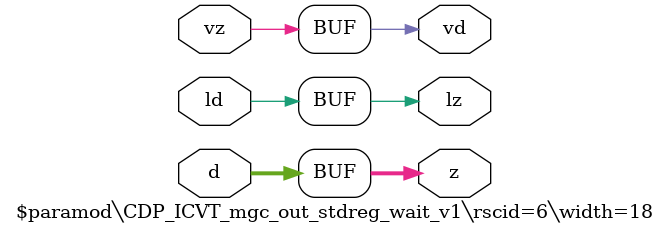
<source format=v>
module \$paramod\CDP_ICVT_mgc_out_stdreg_wait_v1\rscid=6\width=18 (ld, vd, d, lz, vz, z);
  (* src = "./vmod/vlibs/HLS_cdp_icvt.v:47" *)
  input [17:0] d;
  (* src = "./vmod/vlibs/HLS_cdp_icvt.v:45" *)
  input ld;
  (* src = "./vmod/vlibs/HLS_cdp_icvt.v:48" *)
  output lz;
  (* src = "./vmod/vlibs/HLS_cdp_icvt.v:46" *)
  output vd;
  (* src = "./vmod/vlibs/HLS_cdp_icvt.v:49" *)
  input vz;
  (* src = "./vmod/vlibs/HLS_cdp_icvt.v:50" *)
  output [17:0] z;
  assign lz = ld;
  assign vd = vz;
  assign z = d;
endmodule

</source>
